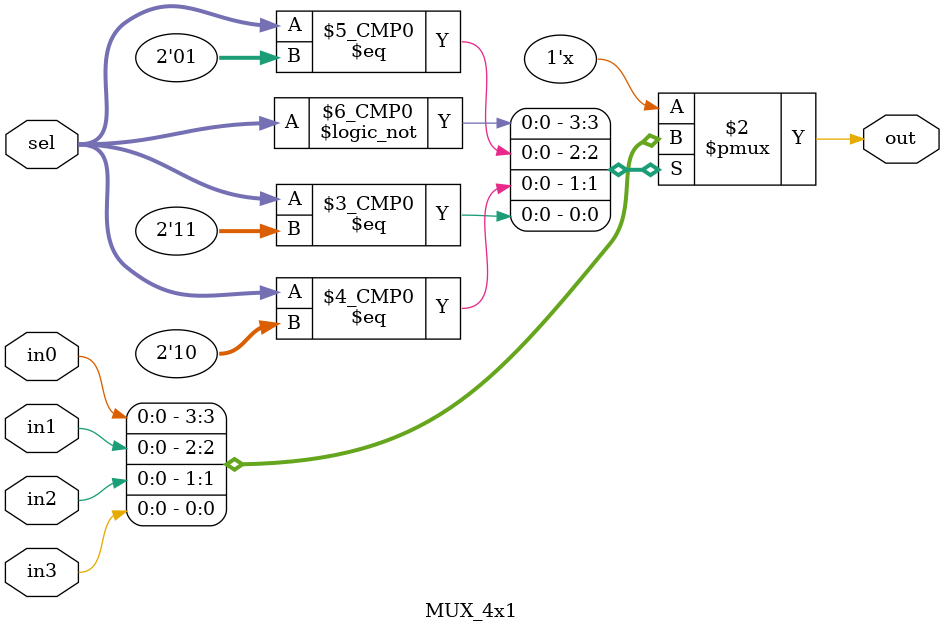
<source format=sv>
module MUX_4x1(
input  wire       in0, in1, in2, in3,
input  wire [1:0] sel,
output reg        out
);

always @(*) begin
	case(sel)
		2'b00: out = in0;
		2'b01: out = in1;
		2'b10: out = in2;
		2'b11: out = in3;
	endcase
end
endmodule
</source>
